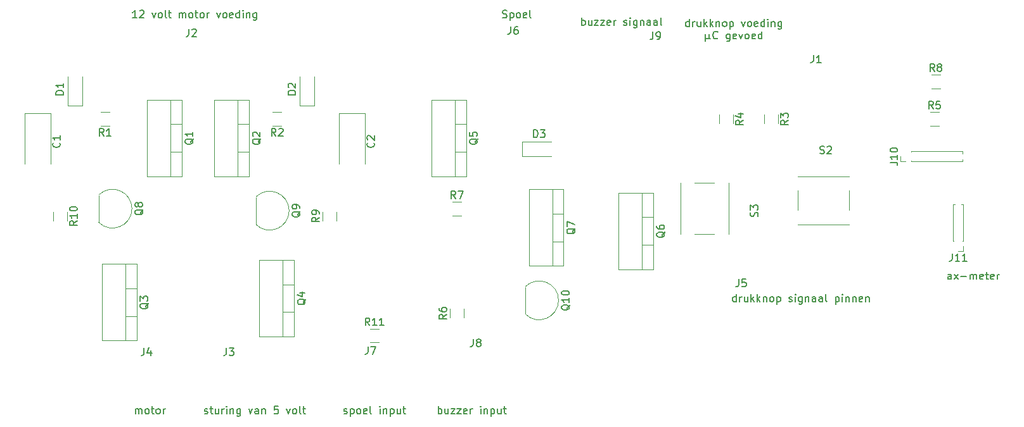
<source format=gbr>
G04 #@! TF.GenerationSoftware,KiCad,Pcbnew,(5.1.5)-3*
G04 #@! TF.CreationDate,2021-03-07T17:40:16+01:00*
G04 #@! TF.ProjectId,Motorproject,4d6f746f-7270-4726-9f6a-6563742e6b69,rev?*
G04 #@! TF.SameCoordinates,Original*
G04 #@! TF.FileFunction,Legend,Top*
G04 #@! TF.FilePolarity,Positive*
%FSLAX46Y46*%
G04 Gerber Fmt 4.6, Leading zero omitted, Abs format (unit mm)*
G04 Created by KiCad (PCBNEW (5.1.5)-3) date 2021-03-07 17:40:16*
%MOMM*%
%LPD*%
G04 APERTURE LIST*
%ADD10C,0.150000*%
%ADD11C,0.120000*%
G04 APERTURE END LIST*
D10*
X161071428Y-61452380D02*
X161071428Y-60928571D01*
X161023809Y-60833333D01*
X160928571Y-60785714D01*
X160738095Y-60785714D01*
X160642857Y-60833333D01*
X161071428Y-61404761D02*
X160976190Y-61452380D01*
X160738095Y-61452380D01*
X160642857Y-61404761D01*
X160595238Y-61309523D01*
X160595238Y-61214285D01*
X160642857Y-61119047D01*
X160738095Y-61071428D01*
X160976190Y-61071428D01*
X161071428Y-61023809D01*
X161452380Y-61452380D02*
X161976190Y-60785714D01*
X161452380Y-60785714D02*
X161976190Y-61452380D01*
X162357142Y-61071428D02*
X163119047Y-61071428D01*
X163595238Y-61452380D02*
X163595238Y-60785714D01*
X163595238Y-60880952D02*
X163642857Y-60833333D01*
X163738095Y-60785714D01*
X163880952Y-60785714D01*
X163976190Y-60833333D01*
X164023809Y-60928571D01*
X164023809Y-61452380D01*
X164023809Y-60928571D02*
X164071428Y-60833333D01*
X164166666Y-60785714D01*
X164309523Y-60785714D01*
X164404761Y-60833333D01*
X164452380Y-60928571D01*
X164452380Y-61452380D01*
X165309523Y-61404761D02*
X165214285Y-61452380D01*
X165023809Y-61452380D01*
X164928571Y-61404761D01*
X164880952Y-61309523D01*
X164880952Y-60928571D01*
X164928571Y-60833333D01*
X165023809Y-60785714D01*
X165214285Y-60785714D01*
X165309523Y-60833333D01*
X165357142Y-60928571D01*
X165357142Y-61023809D01*
X164880952Y-61119047D01*
X165642857Y-60785714D02*
X166023809Y-60785714D01*
X165785714Y-60452380D02*
X165785714Y-61309523D01*
X165833333Y-61404761D01*
X165928571Y-61452380D01*
X166023809Y-61452380D01*
X166738095Y-61404761D02*
X166642857Y-61452380D01*
X166452380Y-61452380D01*
X166357142Y-61404761D01*
X166309523Y-61309523D01*
X166309523Y-60928571D01*
X166357142Y-60833333D01*
X166452380Y-60785714D01*
X166642857Y-60785714D01*
X166738095Y-60833333D01*
X166785714Y-60928571D01*
X166785714Y-61023809D01*
X166309523Y-61119047D01*
X167214285Y-61452380D02*
X167214285Y-60785714D01*
X167214285Y-60976190D02*
X167261904Y-60880952D01*
X167309523Y-60833333D01*
X167404761Y-60785714D01*
X167500000Y-60785714D01*
X92523809Y-79452380D02*
X92523809Y-78452380D01*
X92523809Y-78833333D02*
X92619047Y-78785714D01*
X92809523Y-78785714D01*
X92904761Y-78833333D01*
X92952380Y-78880952D01*
X93000000Y-78976190D01*
X93000000Y-79261904D01*
X92952380Y-79357142D01*
X92904761Y-79404761D01*
X92809523Y-79452380D01*
X92619047Y-79452380D01*
X92523809Y-79404761D01*
X93857142Y-78785714D02*
X93857142Y-79452380D01*
X93428571Y-78785714D02*
X93428571Y-79309523D01*
X93476190Y-79404761D01*
X93571428Y-79452380D01*
X93714285Y-79452380D01*
X93809523Y-79404761D01*
X93857142Y-79357142D01*
X94238095Y-78785714D02*
X94761904Y-78785714D01*
X94238095Y-79452380D01*
X94761904Y-79452380D01*
X95047619Y-78785714D02*
X95571428Y-78785714D01*
X95047619Y-79452380D01*
X95571428Y-79452380D01*
X96333333Y-79404761D02*
X96238095Y-79452380D01*
X96047619Y-79452380D01*
X95952380Y-79404761D01*
X95904761Y-79309523D01*
X95904761Y-78928571D01*
X95952380Y-78833333D01*
X96047619Y-78785714D01*
X96238095Y-78785714D01*
X96333333Y-78833333D01*
X96380952Y-78928571D01*
X96380952Y-79023809D01*
X95904761Y-79119047D01*
X96809523Y-79452380D02*
X96809523Y-78785714D01*
X96809523Y-78976190D02*
X96857142Y-78880952D01*
X96904761Y-78833333D01*
X97000000Y-78785714D01*
X97095238Y-78785714D01*
X98190476Y-79452380D02*
X98190476Y-78785714D01*
X98190476Y-78452380D02*
X98142857Y-78500000D01*
X98190476Y-78547619D01*
X98238095Y-78500000D01*
X98190476Y-78452380D01*
X98190476Y-78547619D01*
X98666666Y-78785714D02*
X98666666Y-79452380D01*
X98666666Y-78880952D02*
X98714285Y-78833333D01*
X98809523Y-78785714D01*
X98952380Y-78785714D01*
X99047619Y-78833333D01*
X99095238Y-78928571D01*
X99095238Y-79452380D01*
X99571428Y-78785714D02*
X99571428Y-79785714D01*
X99571428Y-78833333D02*
X99666666Y-78785714D01*
X99857142Y-78785714D01*
X99952380Y-78833333D01*
X100000000Y-78880952D01*
X100047619Y-78976190D01*
X100047619Y-79261904D01*
X100000000Y-79357142D01*
X99952380Y-79404761D01*
X99857142Y-79452380D01*
X99666666Y-79452380D01*
X99571428Y-79404761D01*
X100904761Y-78785714D02*
X100904761Y-79452380D01*
X100476190Y-78785714D02*
X100476190Y-79309523D01*
X100523809Y-79404761D01*
X100619047Y-79452380D01*
X100761904Y-79452380D01*
X100857142Y-79404761D01*
X100904761Y-79357142D01*
X101238095Y-78785714D02*
X101619047Y-78785714D01*
X101380952Y-78452380D02*
X101380952Y-79309523D01*
X101428571Y-79404761D01*
X101523809Y-79452380D01*
X101619047Y-79452380D01*
X79928571Y-79404761D02*
X80023809Y-79452380D01*
X80214285Y-79452380D01*
X80309523Y-79404761D01*
X80357142Y-79309523D01*
X80357142Y-79261904D01*
X80309523Y-79166666D01*
X80214285Y-79119047D01*
X80071428Y-79119047D01*
X79976190Y-79071428D01*
X79928571Y-78976190D01*
X79928571Y-78928571D01*
X79976190Y-78833333D01*
X80071428Y-78785714D01*
X80214285Y-78785714D01*
X80309523Y-78833333D01*
X80785714Y-78785714D02*
X80785714Y-79785714D01*
X80785714Y-78833333D02*
X80880952Y-78785714D01*
X81071428Y-78785714D01*
X81166666Y-78833333D01*
X81214285Y-78880952D01*
X81261904Y-78976190D01*
X81261904Y-79261904D01*
X81214285Y-79357142D01*
X81166666Y-79404761D01*
X81071428Y-79452380D01*
X80880952Y-79452380D01*
X80785714Y-79404761D01*
X81833333Y-79452380D02*
X81738095Y-79404761D01*
X81690476Y-79357142D01*
X81642857Y-79261904D01*
X81642857Y-78976190D01*
X81690476Y-78880952D01*
X81738095Y-78833333D01*
X81833333Y-78785714D01*
X81976190Y-78785714D01*
X82071428Y-78833333D01*
X82119047Y-78880952D01*
X82166666Y-78976190D01*
X82166666Y-79261904D01*
X82119047Y-79357142D01*
X82071428Y-79404761D01*
X81976190Y-79452380D01*
X81833333Y-79452380D01*
X82976190Y-79404761D02*
X82880952Y-79452380D01*
X82690476Y-79452380D01*
X82595238Y-79404761D01*
X82547619Y-79309523D01*
X82547619Y-78928571D01*
X82595238Y-78833333D01*
X82690476Y-78785714D01*
X82880952Y-78785714D01*
X82976190Y-78833333D01*
X83023809Y-78928571D01*
X83023809Y-79023809D01*
X82547619Y-79119047D01*
X83595238Y-79452380D02*
X83500000Y-79404761D01*
X83452380Y-79309523D01*
X83452380Y-78452380D01*
X84738095Y-79452380D02*
X84738095Y-78785714D01*
X84738095Y-78452380D02*
X84690476Y-78500000D01*
X84738095Y-78547619D01*
X84785714Y-78500000D01*
X84738095Y-78452380D01*
X84738095Y-78547619D01*
X85214285Y-78785714D02*
X85214285Y-79452380D01*
X85214285Y-78880952D02*
X85261904Y-78833333D01*
X85357142Y-78785714D01*
X85500000Y-78785714D01*
X85595238Y-78833333D01*
X85642857Y-78928571D01*
X85642857Y-79452380D01*
X86119047Y-78785714D02*
X86119047Y-79785714D01*
X86119047Y-78833333D02*
X86214285Y-78785714D01*
X86404761Y-78785714D01*
X86500000Y-78833333D01*
X86547619Y-78880952D01*
X86595238Y-78976190D01*
X86595238Y-79261904D01*
X86547619Y-79357142D01*
X86500000Y-79404761D01*
X86404761Y-79452380D01*
X86214285Y-79452380D01*
X86119047Y-79404761D01*
X87452380Y-78785714D02*
X87452380Y-79452380D01*
X87023809Y-78785714D02*
X87023809Y-79309523D01*
X87071428Y-79404761D01*
X87166666Y-79452380D01*
X87309523Y-79452380D01*
X87404761Y-79404761D01*
X87452380Y-79357142D01*
X87785714Y-78785714D02*
X88166666Y-78785714D01*
X87928571Y-78452380D02*
X87928571Y-79309523D01*
X87976190Y-79404761D01*
X88071428Y-79452380D01*
X88166666Y-79452380D01*
X101119047Y-26404761D02*
X101261904Y-26452380D01*
X101500000Y-26452380D01*
X101595238Y-26404761D01*
X101642857Y-26357142D01*
X101690476Y-26261904D01*
X101690476Y-26166666D01*
X101642857Y-26071428D01*
X101595238Y-26023809D01*
X101500000Y-25976190D01*
X101309523Y-25928571D01*
X101214285Y-25880952D01*
X101166666Y-25833333D01*
X101119047Y-25738095D01*
X101119047Y-25642857D01*
X101166666Y-25547619D01*
X101214285Y-25500000D01*
X101309523Y-25452380D01*
X101547619Y-25452380D01*
X101690476Y-25500000D01*
X102119047Y-25785714D02*
X102119047Y-26785714D01*
X102119047Y-25833333D02*
X102214285Y-25785714D01*
X102404761Y-25785714D01*
X102500000Y-25833333D01*
X102547619Y-25880952D01*
X102595238Y-25976190D01*
X102595238Y-26261904D01*
X102547619Y-26357142D01*
X102500000Y-26404761D01*
X102404761Y-26452380D01*
X102214285Y-26452380D01*
X102119047Y-26404761D01*
X103166666Y-26452380D02*
X103071428Y-26404761D01*
X103023809Y-26357142D01*
X102976190Y-26261904D01*
X102976190Y-25976190D01*
X103023809Y-25880952D01*
X103071428Y-25833333D01*
X103166666Y-25785714D01*
X103309523Y-25785714D01*
X103404761Y-25833333D01*
X103452380Y-25880952D01*
X103500000Y-25976190D01*
X103500000Y-26261904D01*
X103452380Y-26357142D01*
X103404761Y-26404761D01*
X103309523Y-26452380D01*
X103166666Y-26452380D01*
X104309523Y-26404761D02*
X104214285Y-26452380D01*
X104023809Y-26452380D01*
X103928571Y-26404761D01*
X103880952Y-26309523D01*
X103880952Y-25928571D01*
X103928571Y-25833333D01*
X104023809Y-25785714D01*
X104214285Y-25785714D01*
X104309523Y-25833333D01*
X104357142Y-25928571D01*
X104357142Y-26023809D01*
X103880952Y-26119047D01*
X104928571Y-26452380D02*
X104833333Y-26404761D01*
X104785714Y-26309523D01*
X104785714Y-25452380D01*
X111690476Y-27452380D02*
X111690476Y-26452380D01*
X111690476Y-26833333D02*
X111785714Y-26785714D01*
X111976190Y-26785714D01*
X112071428Y-26833333D01*
X112119047Y-26880952D01*
X112166666Y-26976190D01*
X112166666Y-27261904D01*
X112119047Y-27357142D01*
X112071428Y-27404761D01*
X111976190Y-27452380D01*
X111785714Y-27452380D01*
X111690476Y-27404761D01*
X113023809Y-26785714D02*
X113023809Y-27452380D01*
X112595238Y-26785714D02*
X112595238Y-27309523D01*
X112642857Y-27404761D01*
X112738095Y-27452380D01*
X112880952Y-27452380D01*
X112976190Y-27404761D01*
X113023809Y-27357142D01*
X113404761Y-26785714D02*
X113928571Y-26785714D01*
X113404761Y-27452380D01*
X113928571Y-27452380D01*
X114214285Y-26785714D02*
X114738095Y-26785714D01*
X114214285Y-27452380D01*
X114738095Y-27452380D01*
X115500000Y-27404761D02*
X115404761Y-27452380D01*
X115214285Y-27452380D01*
X115119047Y-27404761D01*
X115071428Y-27309523D01*
X115071428Y-26928571D01*
X115119047Y-26833333D01*
X115214285Y-26785714D01*
X115404761Y-26785714D01*
X115500000Y-26833333D01*
X115547619Y-26928571D01*
X115547619Y-27023809D01*
X115071428Y-27119047D01*
X115976190Y-27452380D02*
X115976190Y-26785714D01*
X115976190Y-26976190D02*
X116023809Y-26880952D01*
X116071428Y-26833333D01*
X116166666Y-26785714D01*
X116261904Y-26785714D01*
X117309523Y-27404761D02*
X117404761Y-27452380D01*
X117595238Y-27452380D01*
X117690476Y-27404761D01*
X117738095Y-27309523D01*
X117738095Y-27261904D01*
X117690476Y-27166666D01*
X117595238Y-27119047D01*
X117452380Y-27119047D01*
X117357142Y-27071428D01*
X117309523Y-26976190D01*
X117309523Y-26928571D01*
X117357142Y-26833333D01*
X117452380Y-26785714D01*
X117595238Y-26785714D01*
X117690476Y-26833333D01*
X118166666Y-27452380D02*
X118166666Y-26785714D01*
X118166666Y-26452380D02*
X118119047Y-26500000D01*
X118166666Y-26547619D01*
X118214285Y-26500000D01*
X118166666Y-26452380D01*
X118166666Y-26547619D01*
X119071428Y-26785714D02*
X119071428Y-27595238D01*
X119023809Y-27690476D01*
X118976190Y-27738095D01*
X118880952Y-27785714D01*
X118738095Y-27785714D01*
X118642857Y-27738095D01*
X119071428Y-27404761D02*
X118976190Y-27452380D01*
X118785714Y-27452380D01*
X118690476Y-27404761D01*
X118642857Y-27357142D01*
X118595238Y-27261904D01*
X118595238Y-26976190D01*
X118642857Y-26880952D01*
X118690476Y-26833333D01*
X118785714Y-26785714D01*
X118976190Y-26785714D01*
X119071428Y-26833333D01*
X119547619Y-26785714D02*
X119547619Y-27452380D01*
X119547619Y-26880952D02*
X119595238Y-26833333D01*
X119690476Y-26785714D01*
X119833333Y-26785714D01*
X119928571Y-26833333D01*
X119976190Y-26928571D01*
X119976190Y-27452380D01*
X120880952Y-27452380D02*
X120880952Y-26928571D01*
X120833333Y-26833333D01*
X120738095Y-26785714D01*
X120547619Y-26785714D01*
X120452380Y-26833333D01*
X120880952Y-27404761D02*
X120785714Y-27452380D01*
X120547619Y-27452380D01*
X120452380Y-27404761D01*
X120404761Y-27309523D01*
X120404761Y-27214285D01*
X120452380Y-27119047D01*
X120547619Y-27071428D01*
X120785714Y-27071428D01*
X120880952Y-27023809D01*
X121785714Y-27452380D02*
X121785714Y-26928571D01*
X121738095Y-26833333D01*
X121642857Y-26785714D01*
X121452380Y-26785714D01*
X121357142Y-26833333D01*
X121785714Y-27404761D02*
X121690476Y-27452380D01*
X121452380Y-27452380D01*
X121357142Y-27404761D01*
X121309523Y-27309523D01*
X121309523Y-27214285D01*
X121357142Y-27119047D01*
X121452380Y-27071428D01*
X121690476Y-27071428D01*
X121785714Y-27023809D01*
X122404761Y-27452380D02*
X122309523Y-27404761D01*
X122261904Y-27309523D01*
X122261904Y-26452380D01*
X132333333Y-64452380D02*
X132333333Y-63452380D01*
X132333333Y-64404761D02*
X132238095Y-64452380D01*
X132047619Y-64452380D01*
X131952380Y-64404761D01*
X131904761Y-64357142D01*
X131857142Y-64261904D01*
X131857142Y-63976190D01*
X131904761Y-63880952D01*
X131952380Y-63833333D01*
X132047619Y-63785714D01*
X132238095Y-63785714D01*
X132333333Y-63833333D01*
X132809523Y-64452380D02*
X132809523Y-63785714D01*
X132809523Y-63976190D02*
X132857142Y-63880952D01*
X132904761Y-63833333D01*
X133000000Y-63785714D01*
X133095238Y-63785714D01*
X133857142Y-63785714D02*
X133857142Y-64452380D01*
X133428571Y-63785714D02*
X133428571Y-64309523D01*
X133476190Y-64404761D01*
X133571428Y-64452380D01*
X133714285Y-64452380D01*
X133809523Y-64404761D01*
X133857142Y-64357142D01*
X134333333Y-64452380D02*
X134333333Y-63452380D01*
X134428571Y-64071428D02*
X134714285Y-64452380D01*
X134714285Y-63785714D02*
X134333333Y-64166666D01*
X135142857Y-64452380D02*
X135142857Y-63452380D01*
X135238095Y-64071428D02*
X135523809Y-64452380D01*
X135523809Y-63785714D02*
X135142857Y-64166666D01*
X135952380Y-63785714D02*
X135952380Y-64452380D01*
X135952380Y-63880952D02*
X136000000Y-63833333D01*
X136095238Y-63785714D01*
X136238095Y-63785714D01*
X136333333Y-63833333D01*
X136380952Y-63928571D01*
X136380952Y-64452380D01*
X137000000Y-64452380D02*
X136904761Y-64404761D01*
X136857142Y-64357142D01*
X136809523Y-64261904D01*
X136809523Y-63976190D01*
X136857142Y-63880952D01*
X136904761Y-63833333D01*
X137000000Y-63785714D01*
X137142857Y-63785714D01*
X137238095Y-63833333D01*
X137285714Y-63880952D01*
X137333333Y-63976190D01*
X137333333Y-64261904D01*
X137285714Y-64357142D01*
X137238095Y-64404761D01*
X137142857Y-64452380D01*
X137000000Y-64452380D01*
X137761904Y-63785714D02*
X137761904Y-64785714D01*
X137761904Y-63833333D02*
X137857142Y-63785714D01*
X138047619Y-63785714D01*
X138142857Y-63833333D01*
X138190476Y-63880952D01*
X138238095Y-63976190D01*
X138238095Y-64261904D01*
X138190476Y-64357142D01*
X138142857Y-64404761D01*
X138047619Y-64452380D01*
X137857142Y-64452380D01*
X137761904Y-64404761D01*
X139380952Y-64404761D02*
X139476190Y-64452380D01*
X139666666Y-64452380D01*
X139761904Y-64404761D01*
X139809523Y-64309523D01*
X139809523Y-64261904D01*
X139761904Y-64166666D01*
X139666666Y-64119047D01*
X139523809Y-64119047D01*
X139428571Y-64071428D01*
X139380952Y-63976190D01*
X139380952Y-63928571D01*
X139428571Y-63833333D01*
X139523809Y-63785714D01*
X139666666Y-63785714D01*
X139761904Y-63833333D01*
X140238095Y-64452380D02*
X140238095Y-63785714D01*
X140238095Y-63452380D02*
X140190476Y-63500000D01*
X140238095Y-63547619D01*
X140285714Y-63500000D01*
X140238095Y-63452380D01*
X140238095Y-63547619D01*
X141142857Y-63785714D02*
X141142857Y-64595238D01*
X141095238Y-64690476D01*
X141047619Y-64738095D01*
X140952380Y-64785714D01*
X140809523Y-64785714D01*
X140714285Y-64738095D01*
X141142857Y-64404761D02*
X141047619Y-64452380D01*
X140857142Y-64452380D01*
X140761904Y-64404761D01*
X140714285Y-64357142D01*
X140666666Y-64261904D01*
X140666666Y-63976190D01*
X140714285Y-63880952D01*
X140761904Y-63833333D01*
X140857142Y-63785714D01*
X141047619Y-63785714D01*
X141142857Y-63833333D01*
X141619047Y-63785714D02*
X141619047Y-64452380D01*
X141619047Y-63880952D02*
X141666666Y-63833333D01*
X141761904Y-63785714D01*
X141904761Y-63785714D01*
X142000000Y-63833333D01*
X142047619Y-63928571D01*
X142047619Y-64452380D01*
X142952380Y-64452380D02*
X142952380Y-63928571D01*
X142904761Y-63833333D01*
X142809523Y-63785714D01*
X142619047Y-63785714D01*
X142523809Y-63833333D01*
X142952380Y-64404761D02*
X142857142Y-64452380D01*
X142619047Y-64452380D01*
X142523809Y-64404761D01*
X142476190Y-64309523D01*
X142476190Y-64214285D01*
X142523809Y-64119047D01*
X142619047Y-64071428D01*
X142857142Y-64071428D01*
X142952380Y-64023809D01*
X143857142Y-64452380D02*
X143857142Y-63928571D01*
X143809523Y-63833333D01*
X143714285Y-63785714D01*
X143523809Y-63785714D01*
X143428571Y-63833333D01*
X143857142Y-64404761D02*
X143761904Y-64452380D01*
X143523809Y-64452380D01*
X143428571Y-64404761D01*
X143380952Y-64309523D01*
X143380952Y-64214285D01*
X143428571Y-64119047D01*
X143523809Y-64071428D01*
X143761904Y-64071428D01*
X143857142Y-64023809D01*
X144476190Y-64452380D02*
X144380952Y-64404761D01*
X144333333Y-64309523D01*
X144333333Y-63452380D01*
X145619047Y-63785714D02*
X145619047Y-64785714D01*
X145619047Y-63833333D02*
X145714285Y-63785714D01*
X145904761Y-63785714D01*
X146000000Y-63833333D01*
X146047619Y-63880952D01*
X146095238Y-63976190D01*
X146095238Y-64261904D01*
X146047619Y-64357142D01*
X146000000Y-64404761D01*
X145904761Y-64452380D01*
X145714285Y-64452380D01*
X145619047Y-64404761D01*
X146523809Y-64452380D02*
X146523809Y-63785714D01*
X146523809Y-63452380D02*
X146476190Y-63500000D01*
X146523809Y-63547619D01*
X146571428Y-63500000D01*
X146523809Y-63452380D01*
X146523809Y-63547619D01*
X147000000Y-63785714D02*
X147000000Y-64452380D01*
X147000000Y-63880952D02*
X147047619Y-63833333D01*
X147142857Y-63785714D01*
X147285714Y-63785714D01*
X147380952Y-63833333D01*
X147428571Y-63928571D01*
X147428571Y-64452380D01*
X147904761Y-63785714D02*
X147904761Y-64452380D01*
X147904761Y-63880952D02*
X147952380Y-63833333D01*
X148047619Y-63785714D01*
X148190476Y-63785714D01*
X148285714Y-63833333D01*
X148333333Y-63928571D01*
X148333333Y-64452380D01*
X149190476Y-64404761D02*
X149095238Y-64452380D01*
X148904761Y-64452380D01*
X148809523Y-64404761D01*
X148761904Y-64309523D01*
X148761904Y-63928571D01*
X148809523Y-63833333D01*
X148904761Y-63785714D01*
X149095238Y-63785714D01*
X149190476Y-63833333D01*
X149238095Y-63928571D01*
X149238095Y-64023809D01*
X148761904Y-64119047D01*
X149666666Y-63785714D02*
X149666666Y-64452380D01*
X149666666Y-63880952D02*
X149714285Y-63833333D01*
X149809523Y-63785714D01*
X149952380Y-63785714D01*
X150047619Y-63833333D01*
X150095238Y-63928571D01*
X150095238Y-64452380D01*
X126047619Y-27627380D02*
X126047619Y-26627380D01*
X126047619Y-27579761D02*
X125952380Y-27627380D01*
X125761904Y-27627380D01*
X125666666Y-27579761D01*
X125619047Y-27532142D01*
X125571428Y-27436904D01*
X125571428Y-27151190D01*
X125619047Y-27055952D01*
X125666666Y-27008333D01*
X125761904Y-26960714D01*
X125952380Y-26960714D01*
X126047619Y-27008333D01*
X126523809Y-27627380D02*
X126523809Y-26960714D01*
X126523809Y-27151190D02*
X126571428Y-27055952D01*
X126619047Y-27008333D01*
X126714285Y-26960714D01*
X126809523Y-26960714D01*
X127571428Y-26960714D02*
X127571428Y-27627380D01*
X127142857Y-26960714D02*
X127142857Y-27484523D01*
X127190476Y-27579761D01*
X127285714Y-27627380D01*
X127428571Y-27627380D01*
X127523809Y-27579761D01*
X127571428Y-27532142D01*
X128047619Y-27627380D02*
X128047619Y-26627380D01*
X128142857Y-27246428D02*
X128428571Y-27627380D01*
X128428571Y-26960714D02*
X128047619Y-27341666D01*
X128857142Y-27627380D02*
X128857142Y-26627380D01*
X128952380Y-27246428D02*
X129238095Y-27627380D01*
X129238095Y-26960714D02*
X128857142Y-27341666D01*
X129666666Y-26960714D02*
X129666666Y-27627380D01*
X129666666Y-27055952D02*
X129714285Y-27008333D01*
X129809523Y-26960714D01*
X129952380Y-26960714D01*
X130047619Y-27008333D01*
X130095238Y-27103571D01*
X130095238Y-27627380D01*
X130714285Y-27627380D02*
X130619047Y-27579761D01*
X130571428Y-27532142D01*
X130523809Y-27436904D01*
X130523809Y-27151190D01*
X130571428Y-27055952D01*
X130619047Y-27008333D01*
X130714285Y-26960714D01*
X130857142Y-26960714D01*
X130952380Y-27008333D01*
X131000000Y-27055952D01*
X131047619Y-27151190D01*
X131047619Y-27436904D01*
X131000000Y-27532142D01*
X130952380Y-27579761D01*
X130857142Y-27627380D01*
X130714285Y-27627380D01*
X131476190Y-26960714D02*
X131476190Y-27960714D01*
X131476190Y-27008333D02*
X131571428Y-26960714D01*
X131761904Y-26960714D01*
X131857142Y-27008333D01*
X131904761Y-27055952D01*
X131952380Y-27151190D01*
X131952380Y-27436904D01*
X131904761Y-27532142D01*
X131857142Y-27579761D01*
X131761904Y-27627380D01*
X131571428Y-27627380D01*
X131476190Y-27579761D01*
X133047619Y-26960714D02*
X133285714Y-27627380D01*
X133523809Y-26960714D01*
X134047619Y-27627380D02*
X133952380Y-27579761D01*
X133904761Y-27532142D01*
X133857142Y-27436904D01*
X133857142Y-27151190D01*
X133904761Y-27055952D01*
X133952380Y-27008333D01*
X134047619Y-26960714D01*
X134190476Y-26960714D01*
X134285714Y-27008333D01*
X134333333Y-27055952D01*
X134380952Y-27151190D01*
X134380952Y-27436904D01*
X134333333Y-27532142D01*
X134285714Y-27579761D01*
X134190476Y-27627380D01*
X134047619Y-27627380D01*
X135190476Y-27579761D02*
X135095238Y-27627380D01*
X134904761Y-27627380D01*
X134809523Y-27579761D01*
X134761904Y-27484523D01*
X134761904Y-27103571D01*
X134809523Y-27008333D01*
X134904761Y-26960714D01*
X135095238Y-26960714D01*
X135190476Y-27008333D01*
X135238095Y-27103571D01*
X135238095Y-27198809D01*
X134761904Y-27294047D01*
X136095238Y-27627380D02*
X136095238Y-26627380D01*
X136095238Y-27579761D02*
X136000000Y-27627380D01*
X135809523Y-27627380D01*
X135714285Y-27579761D01*
X135666666Y-27532142D01*
X135619047Y-27436904D01*
X135619047Y-27151190D01*
X135666666Y-27055952D01*
X135714285Y-27008333D01*
X135809523Y-26960714D01*
X136000000Y-26960714D01*
X136095238Y-27008333D01*
X136571428Y-27627380D02*
X136571428Y-26960714D01*
X136571428Y-26627380D02*
X136523809Y-26675000D01*
X136571428Y-26722619D01*
X136619047Y-26675000D01*
X136571428Y-26627380D01*
X136571428Y-26722619D01*
X137047619Y-26960714D02*
X137047619Y-27627380D01*
X137047619Y-27055952D02*
X137095238Y-27008333D01*
X137190476Y-26960714D01*
X137333333Y-26960714D01*
X137428571Y-27008333D01*
X137476190Y-27103571D01*
X137476190Y-27627380D01*
X138380952Y-26960714D02*
X138380952Y-27770238D01*
X138333333Y-27865476D01*
X138285714Y-27913095D01*
X138190476Y-27960714D01*
X138047619Y-27960714D01*
X137952380Y-27913095D01*
X138380952Y-27579761D02*
X138285714Y-27627380D01*
X138095238Y-27627380D01*
X138000000Y-27579761D01*
X137952380Y-27532142D01*
X137904761Y-27436904D01*
X137904761Y-27151190D01*
X137952380Y-27055952D01*
X138000000Y-27008333D01*
X138095238Y-26960714D01*
X138285714Y-26960714D01*
X138380952Y-27008333D01*
X128238095Y-28610714D02*
X128238095Y-29610714D01*
X128714285Y-29134523D02*
X128761904Y-29229761D01*
X128857142Y-29277380D01*
X128238095Y-29134523D02*
X128285714Y-29229761D01*
X128380952Y-29277380D01*
X128571428Y-29277380D01*
X128666666Y-29229761D01*
X128714285Y-29134523D01*
X128714285Y-28610714D01*
X129857142Y-29182142D02*
X129809523Y-29229761D01*
X129666666Y-29277380D01*
X129571428Y-29277380D01*
X129428571Y-29229761D01*
X129333333Y-29134523D01*
X129285714Y-29039285D01*
X129238095Y-28848809D01*
X129238095Y-28705952D01*
X129285714Y-28515476D01*
X129333333Y-28420238D01*
X129428571Y-28325000D01*
X129571428Y-28277380D01*
X129666666Y-28277380D01*
X129809523Y-28325000D01*
X129857142Y-28372619D01*
X131476190Y-28610714D02*
X131476190Y-29420238D01*
X131428571Y-29515476D01*
X131380952Y-29563095D01*
X131285714Y-29610714D01*
X131142857Y-29610714D01*
X131047619Y-29563095D01*
X131476190Y-29229761D02*
X131380952Y-29277380D01*
X131190476Y-29277380D01*
X131095238Y-29229761D01*
X131047619Y-29182142D01*
X131000000Y-29086904D01*
X131000000Y-28801190D01*
X131047619Y-28705952D01*
X131095238Y-28658333D01*
X131190476Y-28610714D01*
X131380952Y-28610714D01*
X131476190Y-28658333D01*
X132333333Y-29229761D02*
X132238095Y-29277380D01*
X132047619Y-29277380D01*
X131952380Y-29229761D01*
X131904761Y-29134523D01*
X131904761Y-28753571D01*
X131952380Y-28658333D01*
X132047619Y-28610714D01*
X132238095Y-28610714D01*
X132333333Y-28658333D01*
X132380952Y-28753571D01*
X132380952Y-28848809D01*
X131904761Y-28944047D01*
X132714285Y-28610714D02*
X132952380Y-29277380D01*
X133190476Y-28610714D01*
X133714285Y-29277380D02*
X133619047Y-29229761D01*
X133571428Y-29182142D01*
X133523809Y-29086904D01*
X133523809Y-28801190D01*
X133571428Y-28705952D01*
X133619047Y-28658333D01*
X133714285Y-28610714D01*
X133857142Y-28610714D01*
X133952380Y-28658333D01*
X134000000Y-28705952D01*
X134047619Y-28801190D01*
X134047619Y-29086904D01*
X134000000Y-29182142D01*
X133952380Y-29229761D01*
X133857142Y-29277380D01*
X133714285Y-29277380D01*
X134857142Y-29229761D02*
X134761904Y-29277380D01*
X134571428Y-29277380D01*
X134476190Y-29229761D01*
X134428571Y-29134523D01*
X134428571Y-28753571D01*
X134476190Y-28658333D01*
X134571428Y-28610714D01*
X134761904Y-28610714D01*
X134857142Y-28658333D01*
X134904761Y-28753571D01*
X134904761Y-28848809D01*
X134428571Y-28944047D01*
X135761904Y-29277380D02*
X135761904Y-28277380D01*
X135761904Y-29229761D02*
X135666666Y-29277380D01*
X135476190Y-29277380D01*
X135380952Y-29229761D01*
X135333333Y-29182142D01*
X135285714Y-29086904D01*
X135285714Y-28801190D01*
X135333333Y-28705952D01*
X135380952Y-28658333D01*
X135476190Y-28610714D01*
X135666666Y-28610714D01*
X135761904Y-28658333D01*
X61309523Y-79404761D02*
X61404761Y-79452380D01*
X61595238Y-79452380D01*
X61690476Y-79404761D01*
X61738095Y-79309523D01*
X61738095Y-79261904D01*
X61690476Y-79166666D01*
X61595238Y-79119047D01*
X61452380Y-79119047D01*
X61357142Y-79071428D01*
X61309523Y-78976190D01*
X61309523Y-78928571D01*
X61357142Y-78833333D01*
X61452380Y-78785714D01*
X61595238Y-78785714D01*
X61690476Y-78833333D01*
X62023809Y-78785714D02*
X62404761Y-78785714D01*
X62166666Y-78452380D02*
X62166666Y-79309523D01*
X62214285Y-79404761D01*
X62309523Y-79452380D01*
X62404761Y-79452380D01*
X63166666Y-78785714D02*
X63166666Y-79452380D01*
X62738095Y-78785714D02*
X62738095Y-79309523D01*
X62785714Y-79404761D01*
X62880952Y-79452380D01*
X63023809Y-79452380D01*
X63119047Y-79404761D01*
X63166666Y-79357142D01*
X63642857Y-79452380D02*
X63642857Y-78785714D01*
X63642857Y-78976190D02*
X63690476Y-78880952D01*
X63738095Y-78833333D01*
X63833333Y-78785714D01*
X63928571Y-78785714D01*
X64261904Y-79452380D02*
X64261904Y-78785714D01*
X64261904Y-78452380D02*
X64214285Y-78500000D01*
X64261904Y-78547619D01*
X64309523Y-78500000D01*
X64261904Y-78452380D01*
X64261904Y-78547619D01*
X64738095Y-78785714D02*
X64738095Y-79452380D01*
X64738095Y-78880952D02*
X64785714Y-78833333D01*
X64880952Y-78785714D01*
X65023809Y-78785714D01*
X65119047Y-78833333D01*
X65166666Y-78928571D01*
X65166666Y-79452380D01*
X66071428Y-78785714D02*
X66071428Y-79595238D01*
X66023809Y-79690476D01*
X65976190Y-79738095D01*
X65880952Y-79785714D01*
X65738095Y-79785714D01*
X65642857Y-79738095D01*
X66071428Y-79404761D02*
X65976190Y-79452380D01*
X65785714Y-79452380D01*
X65690476Y-79404761D01*
X65642857Y-79357142D01*
X65595238Y-79261904D01*
X65595238Y-78976190D01*
X65642857Y-78880952D01*
X65690476Y-78833333D01*
X65785714Y-78785714D01*
X65976190Y-78785714D01*
X66071428Y-78833333D01*
X67214285Y-78785714D02*
X67452380Y-79452380D01*
X67690476Y-78785714D01*
X68500000Y-79452380D02*
X68500000Y-78928571D01*
X68452380Y-78833333D01*
X68357142Y-78785714D01*
X68166666Y-78785714D01*
X68071428Y-78833333D01*
X68500000Y-79404761D02*
X68404761Y-79452380D01*
X68166666Y-79452380D01*
X68071428Y-79404761D01*
X68023809Y-79309523D01*
X68023809Y-79214285D01*
X68071428Y-79119047D01*
X68166666Y-79071428D01*
X68404761Y-79071428D01*
X68500000Y-79023809D01*
X68976190Y-78785714D02*
X68976190Y-79452380D01*
X68976190Y-78880952D02*
X69023809Y-78833333D01*
X69119047Y-78785714D01*
X69261904Y-78785714D01*
X69357142Y-78833333D01*
X69404761Y-78928571D01*
X69404761Y-79452380D01*
X71119047Y-78452380D02*
X70642857Y-78452380D01*
X70595238Y-78928571D01*
X70642857Y-78880952D01*
X70738095Y-78833333D01*
X70976190Y-78833333D01*
X71071428Y-78880952D01*
X71119047Y-78928571D01*
X71166666Y-79023809D01*
X71166666Y-79261904D01*
X71119047Y-79357142D01*
X71071428Y-79404761D01*
X70976190Y-79452380D01*
X70738095Y-79452380D01*
X70642857Y-79404761D01*
X70595238Y-79357142D01*
X72261904Y-78785714D02*
X72500000Y-79452380D01*
X72738095Y-78785714D01*
X73261904Y-79452380D02*
X73166666Y-79404761D01*
X73119047Y-79357142D01*
X73071428Y-79261904D01*
X73071428Y-78976190D01*
X73119047Y-78880952D01*
X73166666Y-78833333D01*
X73261904Y-78785714D01*
X73404761Y-78785714D01*
X73500000Y-78833333D01*
X73547619Y-78880952D01*
X73595238Y-78976190D01*
X73595238Y-79261904D01*
X73547619Y-79357142D01*
X73500000Y-79404761D01*
X73404761Y-79452380D01*
X73261904Y-79452380D01*
X74166666Y-79452380D02*
X74071428Y-79404761D01*
X74023809Y-79309523D01*
X74023809Y-78452380D01*
X74404761Y-78785714D02*
X74785714Y-78785714D01*
X74547619Y-78452380D02*
X74547619Y-79309523D01*
X74595238Y-79404761D01*
X74690476Y-79452380D01*
X74785714Y-79452380D01*
X52071428Y-79452380D02*
X52071428Y-78785714D01*
X52071428Y-78880952D02*
X52119047Y-78833333D01*
X52214285Y-78785714D01*
X52357142Y-78785714D01*
X52452380Y-78833333D01*
X52500000Y-78928571D01*
X52500000Y-79452380D01*
X52500000Y-78928571D02*
X52547619Y-78833333D01*
X52642857Y-78785714D01*
X52785714Y-78785714D01*
X52880952Y-78833333D01*
X52928571Y-78928571D01*
X52928571Y-79452380D01*
X53547619Y-79452380D02*
X53452380Y-79404761D01*
X53404761Y-79357142D01*
X53357142Y-79261904D01*
X53357142Y-78976190D01*
X53404761Y-78880952D01*
X53452380Y-78833333D01*
X53547619Y-78785714D01*
X53690476Y-78785714D01*
X53785714Y-78833333D01*
X53833333Y-78880952D01*
X53880952Y-78976190D01*
X53880952Y-79261904D01*
X53833333Y-79357142D01*
X53785714Y-79404761D01*
X53690476Y-79452380D01*
X53547619Y-79452380D01*
X54166666Y-78785714D02*
X54547619Y-78785714D01*
X54309523Y-78452380D02*
X54309523Y-79309523D01*
X54357142Y-79404761D01*
X54452380Y-79452380D01*
X54547619Y-79452380D01*
X55023809Y-79452380D02*
X54928571Y-79404761D01*
X54880952Y-79357142D01*
X54833333Y-79261904D01*
X54833333Y-78976190D01*
X54880952Y-78880952D01*
X54928571Y-78833333D01*
X55023809Y-78785714D01*
X55166666Y-78785714D01*
X55261904Y-78833333D01*
X55309523Y-78880952D01*
X55357142Y-78976190D01*
X55357142Y-79261904D01*
X55309523Y-79357142D01*
X55261904Y-79404761D01*
X55166666Y-79452380D01*
X55023809Y-79452380D01*
X55785714Y-79452380D02*
X55785714Y-78785714D01*
X55785714Y-78976190D02*
X55833333Y-78880952D01*
X55880952Y-78833333D01*
X55976190Y-78785714D01*
X56071428Y-78785714D01*
X52261904Y-26452380D02*
X51690476Y-26452380D01*
X51976190Y-26452380D02*
X51976190Y-25452380D01*
X51880952Y-25595238D01*
X51785714Y-25690476D01*
X51690476Y-25738095D01*
X52642857Y-25547619D02*
X52690476Y-25500000D01*
X52785714Y-25452380D01*
X53023809Y-25452380D01*
X53119047Y-25500000D01*
X53166666Y-25547619D01*
X53214285Y-25642857D01*
X53214285Y-25738095D01*
X53166666Y-25880952D01*
X52595238Y-26452380D01*
X53214285Y-26452380D01*
X54309523Y-25785714D02*
X54547619Y-26452380D01*
X54785714Y-25785714D01*
X55309523Y-26452380D02*
X55214285Y-26404761D01*
X55166666Y-26357142D01*
X55119047Y-26261904D01*
X55119047Y-25976190D01*
X55166666Y-25880952D01*
X55214285Y-25833333D01*
X55309523Y-25785714D01*
X55452380Y-25785714D01*
X55547619Y-25833333D01*
X55595238Y-25880952D01*
X55642857Y-25976190D01*
X55642857Y-26261904D01*
X55595238Y-26357142D01*
X55547619Y-26404761D01*
X55452380Y-26452380D01*
X55309523Y-26452380D01*
X56214285Y-26452380D02*
X56119047Y-26404761D01*
X56071428Y-26309523D01*
X56071428Y-25452380D01*
X56452380Y-25785714D02*
X56833333Y-25785714D01*
X56595238Y-25452380D02*
X56595238Y-26309523D01*
X56642857Y-26404761D01*
X56738095Y-26452380D01*
X56833333Y-26452380D01*
X57928571Y-26452380D02*
X57928571Y-25785714D01*
X57928571Y-25880952D02*
X57976190Y-25833333D01*
X58071428Y-25785714D01*
X58214285Y-25785714D01*
X58309523Y-25833333D01*
X58357142Y-25928571D01*
X58357142Y-26452380D01*
X58357142Y-25928571D02*
X58404761Y-25833333D01*
X58500000Y-25785714D01*
X58642857Y-25785714D01*
X58738095Y-25833333D01*
X58785714Y-25928571D01*
X58785714Y-26452380D01*
X59404761Y-26452380D02*
X59309523Y-26404761D01*
X59261904Y-26357142D01*
X59214285Y-26261904D01*
X59214285Y-25976190D01*
X59261904Y-25880952D01*
X59309523Y-25833333D01*
X59404761Y-25785714D01*
X59547619Y-25785714D01*
X59642857Y-25833333D01*
X59690476Y-25880952D01*
X59738095Y-25976190D01*
X59738095Y-26261904D01*
X59690476Y-26357142D01*
X59642857Y-26404761D01*
X59547619Y-26452380D01*
X59404761Y-26452380D01*
X60023809Y-25785714D02*
X60404761Y-25785714D01*
X60166666Y-25452380D02*
X60166666Y-26309523D01*
X60214285Y-26404761D01*
X60309523Y-26452380D01*
X60404761Y-26452380D01*
X60880952Y-26452380D02*
X60785714Y-26404761D01*
X60738095Y-26357142D01*
X60690476Y-26261904D01*
X60690476Y-25976190D01*
X60738095Y-25880952D01*
X60785714Y-25833333D01*
X60880952Y-25785714D01*
X61023809Y-25785714D01*
X61119047Y-25833333D01*
X61166666Y-25880952D01*
X61214285Y-25976190D01*
X61214285Y-26261904D01*
X61166666Y-26357142D01*
X61119047Y-26404761D01*
X61023809Y-26452380D01*
X60880952Y-26452380D01*
X61642857Y-26452380D02*
X61642857Y-25785714D01*
X61642857Y-25976190D02*
X61690476Y-25880952D01*
X61738095Y-25833333D01*
X61833333Y-25785714D01*
X61928571Y-25785714D01*
X62928571Y-25785714D02*
X63166666Y-26452380D01*
X63404761Y-25785714D01*
X63928571Y-26452380D02*
X63833333Y-26404761D01*
X63785714Y-26357142D01*
X63738095Y-26261904D01*
X63738095Y-25976190D01*
X63785714Y-25880952D01*
X63833333Y-25833333D01*
X63928571Y-25785714D01*
X64071428Y-25785714D01*
X64166666Y-25833333D01*
X64214285Y-25880952D01*
X64261904Y-25976190D01*
X64261904Y-26261904D01*
X64214285Y-26357142D01*
X64166666Y-26404761D01*
X64071428Y-26452380D01*
X63928571Y-26452380D01*
X65071428Y-26404761D02*
X64976190Y-26452380D01*
X64785714Y-26452380D01*
X64690476Y-26404761D01*
X64642857Y-26309523D01*
X64642857Y-25928571D01*
X64690476Y-25833333D01*
X64785714Y-25785714D01*
X64976190Y-25785714D01*
X65071428Y-25833333D01*
X65119047Y-25928571D01*
X65119047Y-26023809D01*
X64642857Y-26119047D01*
X65976190Y-26452380D02*
X65976190Y-25452380D01*
X65976190Y-26404761D02*
X65880952Y-26452380D01*
X65690476Y-26452380D01*
X65595238Y-26404761D01*
X65547619Y-26357142D01*
X65500000Y-26261904D01*
X65500000Y-25976190D01*
X65547619Y-25880952D01*
X65595238Y-25833333D01*
X65690476Y-25785714D01*
X65880952Y-25785714D01*
X65976190Y-25833333D01*
X66452380Y-26452380D02*
X66452380Y-25785714D01*
X66452380Y-25452380D02*
X66404761Y-25500000D01*
X66452380Y-25547619D01*
X66500000Y-25500000D01*
X66452380Y-25452380D01*
X66452380Y-25547619D01*
X66928571Y-25785714D02*
X66928571Y-26452380D01*
X66928571Y-25880952D02*
X66976190Y-25833333D01*
X67071428Y-25785714D01*
X67214285Y-25785714D01*
X67309523Y-25833333D01*
X67357142Y-25928571D01*
X67357142Y-26452380D01*
X68261904Y-25785714D02*
X68261904Y-26595238D01*
X68214285Y-26690476D01*
X68166666Y-26738095D01*
X68071428Y-26785714D01*
X67928571Y-26785714D01*
X67833333Y-26738095D01*
X68261904Y-26404761D02*
X68166666Y-26452380D01*
X67976190Y-26452380D01*
X67880952Y-26404761D01*
X67833333Y-26357142D01*
X67785714Y-26261904D01*
X67785714Y-25976190D01*
X67833333Y-25880952D01*
X67880952Y-25833333D01*
X67976190Y-25785714D01*
X68166666Y-25785714D01*
X68261904Y-25833333D01*
D11*
X103750000Y-43000000D02*
X107650000Y-43000000D01*
X103750000Y-45000000D02*
X107650000Y-45000000D01*
X103750000Y-43000000D02*
X103750000Y-45000000D01*
X74000000Y-38250000D02*
X74000000Y-34350000D01*
X76000000Y-38250000D02*
X76000000Y-34350000D01*
X74000000Y-38250000D02*
X76000000Y-38250000D01*
X43000000Y-38250000D02*
X43000000Y-34350000D01*
X45000000Y-38250000D02*
X45000000Y-34350000D01*
X43000000Y-38250000D02*
X45000000Y-38250000D01*
X124870000Y-48970000D02*
X124870000Y-48570000D01*
X131330000Y-48970000D02*
X131330000Y-48570000D01*
X131330000Y-48970000D02*
X131330000Y-55430000D01*
X124870000Y-48970000D02*
X124870000Y-55430000D01*
X131330000Y-55430000D02*
X131300000Y-55430000D01*
X124870000Y-48570000D02*
X124900000Y-48570000D01*
X124870000Y-55430000D02*
X124900000Y-55430000D01*
X129400000Y-55430000D02*
X126800000Y-55430000D01*
X131300000Y-48570000D02*
X131330000Y-48570000D01*
X129400000Y-48570000D02*
X126800000Y-48570000D01*
X140970000Y-54130000D02*
X140570000Y-54130000D01*
X140970000Y-47670000D02*
X140570000Y-47670000D01*
X140970000Y-47670000D02*
X147430000Y-47670000D01*
X140970000Y-54130000D02*
X147430000Y-54130000D01*
X147430000Y-47670000D02*
X147430000Y-47700000D01*
X140570000Y-54130000D02*
X140570000Y-54100000D01*
X147430000Y-54130000D02*
X147430000Y-54100000D01*
X147430000Y-49600000D02*
X147430000Y-52200000D01*
X140570000Y-47700000D02*
X140570000Y-47670000D01*
X140570000Y-49600000D02*
X140570000Y-52200000D01*
X79290000Y-39240000D02*
X79290000Y-46000000D01*
X82710000Y-39240000D02*
X79290000Y-39240000D01*
X82710000Y-46000000D02*
X82710000Y-39240000D01*
X136090000Y-39397936D02*
X136090000Y-40602064D01*
X137910000Y-39397936D02*
X137910000Y-40602064D01*
X158397936Y-35910000D02*
X159602064Y-35910000D01*
X158397936Y-34090000D02*
X159602064Y-34090000D01*
X158227936Y-40910000D02*
X159432064Y-40910000D01*
X158227936Y-39090000D02*
X159432064Y-39090000D01*
X83397936Y-69910000D02*
X84602064Y-69910000D01*
X83397936Y-68090000D02*
X84602064Y-68090000D01*
X162695000Y-57685000D02*
X162000000Y-57685000D01*
X162695000Y-57000000D02*
X162695000Y-57685000D01*
X161391724Y-56315000D02*
X161305000Y-56315000D01*
X162695000Y-56315000D02*
X162608276Y-56315000D01*
X161305000Y-56315000D02*
X161305000Y-51440000D01*
X162695000Y-56315000D02*
X162695000Y-51440000D01*
X161605507Y-51440000D02*
X161305000Y-51440000D01*
X162695000Y-51440000D02*
X162394493Y-51440000D01*
X154315000Y-45695000D02*
X154315000Y-45000000D01*
X155000000Y-45695000D02*
X154315000Y-45695000D01*
X155685000Y-44391724D02*
X155685000Y-44305000D01*
X155685000Y-45695000D02*
X155685000Y-45608276D01*
X155685000Y-44305000D02*
X162560000Y-44305000D01*
X155685000Y-45695000D02*
X162560000Y-45695000D01*
X162560000Y-44605507D02*
X162560000Y-44305000D01*
X162560000Y-45695000D02*
X162560000Y-45394493D01*
X96270000Y-44391000D02*
X94760000Y-44391000D01*
X96270000Y-40690000D02*
X94760000Y-40690000D01*
X94760000Y-37420000D02*
X94760000Y-47660000D01*
X96270000Y-47660000D02*
X91629000Y-47660000D01*
X96270000Y-37420000D02*
X91629000Y-37420000D01*
X91629000Y-37420000D02*
X91629000Y-47660000D01*
X96270000Y-37420000D02*
X96270000Y-47660000D01*
X94397936Y-52910000D02*
X95602064Y-52910000D01*
X94397936Y-51090000D02*
X95602064Y-51090000D01*
X95910000Y-66602064D02*
X95910000Y-65397936D01*
X94090000Y-66602064D02*
X94090000Y-65397936D01*
X121270000Y-56851000D02*
X119760000Y-56851000D01*
X121270000Y-53150000D02*
X119760000Y-53150000D01*
X119760000Y-49880000D02*
X119760000Y-60120000D01*
X121270000Y-60120000D02*
X116629000Y-60120000D01*
X121270000Y-49880000D02*
X116629000Y-49880000D01*
X116629000Y-49880000D02*
X116629000Y-60120000D01*
X121270000Y-49880000D02*
X121270000Y-60120000D01*
X109270000Y-56391000D02*
X107760000Y-56391000D01*
X109270000Y-52690000D02*
X107760000Y-52690000D01*
X107760000Y-49420000D02*
X107760000Y-59660000D01*
X109270000Y-59660000D02*
X104629000Y-59660000D01*
X109270000Y-49420000D02*
X104629000Y-49420000D01*
X104629000Y-49420000D02*
X104629000Y-59660000D01*
X109270000Y-49420000D02*
X109270000Y-59660000D01*
X104161522Y-66108478D02*
G75*
G03X108600000Y-64270000I1838478J1838478D01*
G01*
X104161522Y-62431522D02*
G75*
G02X108600000Y-64270000I1838478J-1838478D01*
G01*
X104150000Y-62470000D02*
X104150000Y-66070000D01*
X130090000Y-39397936D02*
X130090000Y-40602064D01*
X131910000Y-39397936D02*
X131910000Y-40602064D01*
X78910000Y-53602064D02*
X78910000Y-52397936D01*
X77090000Y-53602064D02*
X77090000Y-52397936D01*
X71602064Y-39090000D02*
X70397936Y-39090000D01*
X71602064Y-40910000D02*
X70397936Y-40910000D01*
X41090000Y-52397936D02*
X41090000Y-53602064D01*
X42910000Y-52397936D02*
X42910000Y-53602064D01*
X48602064Y-39090000D02*
X47397936Y-39090000D01*
X48602064Y-40910000D02*
X47397936Y-40910000D01*
X68161522Y-54108478D02*
G75*
G03X72600000Y-52270000I1838478J1838478D01*
G01*
X68161522Y-50431522D02*
G75*
G02X72600000Y-52270000I1838478J-1838478D01*
G01*
X68150000Y-50470000D02*
X68150000Y-54070000D01*
X47161522Y-53838478D02*
G75*
G03X51600000Y-52000000I1838478J1838478D01*
G01*
X47161522Y-50161522D02*
G75*
G02X51600000Y-52000000I1838478J-1838478D01*
G01*
X47150000Y-50200000D02*
X47150000Y-53800000D01*
X73270000Y-65851000D02*
X71760000Y-65851000D01*
X73270000Y-62150000D02*
X71760000Y-62150000D01*
X71760000Y-58880000D02*
X71760000Y-69120000D01*
X73270000Y-69120000D02*
X68629000Y-69120000D01*
X73270000Y-58880000D02*
X68629000Y-58880000D01*
X68629000Y-58880000D02*
X68629000Y-69120000D01*
X73270000Y-58880000D02*
X73270000Y-69120000D01*
X52270000Y-66391000D02*
X50760000Y-66391000D01*
X52270000Y-62690000D02*
X50760000Y-62690000D01*
X50760000Y-59420000D02*
X50760000Y-69660000D01*
X52270000Y-69660000D02*
X47629000Y-69660000D01*
X52270000Y-59420000D02*
X47629000Y-59420000D01*
X47629000Y-59420000D02*
X47629000Y-69660000D01*
X52270000Y-59420000D02*
X52270000Y-69660000D01*
X67270000Y-44391000D02*
X65760000Y-44391000D01*
X67270000Y-40690000D02*
X65760000Y-40690000D01*
X65760000Y-37420000D02*
X65760000Y-47660000D01*
X67270000Y-47660000D02*
X62629000Y-47660000D01*
X67270000Y-37420000D02*
X62629000Y-37420000D01*
X62629000Y-37420000D02*
X62629000Y-47660000D01*
X67270000Y-37420000D02*
X67270000Y-47660000D01*
X58270000Y-44391000D02*
X56760000Y-44391000D01*
X58270000Y-40690000D02*
X56760000Y-40690000D01*
X56760000Y-37420000D02*
X56760000Y-47660000D01*
X58270000Y-47660000D02*
X53629000Y-47660000D01*
X58270000Y-37420000D02*
X53629000Y-37420000D01*
X53629000Y-37420000D02*
X53629000Y-47660000D01*
X58270000Y-37420000D02*
X58270000Y-47660000D01*
X37290000Y-39240000D02*
X37290000Y-46000000D01*
X40710000Y-39240000D02*
X37290000Y-39240000D01*
X40710000Y-46000000D02*
X40710000Y-39240000D01*
D10*
X121206666Y-28342380D02*
X121206666Y-29056666D01*
X121159047Y-29199523D01*
X121063809Y-29294761D01*
X120920952Y-29342380D01*
X120825714Y-29342380D01*
X121730476Y-29342380D02*
X121920952Y-29342380D01*
X122016190Y-29294761D01*
X122063809Y-29247142D01*
X122159047Y-29104285D01*
X122206666Y-28913809D01*
X122206666Y-28532857D01*
X122159047Y-28437619D01*
X122111428Y-28390000D01*
X122016190Y-28342380D01*
X121825714Y-28342380D01*
X121730476Y-28390000D01*
X121682857Y-28437619D01*
X121635238Y-28532857D01*
X121635238Y-28770952D01*
X121682857Y-28866190D01*
X121730476Y-28913809D01*
X121825714Y-28961428D01*
X122016190Y-28961428D01*
X122111428Y-28913809D01*
X122159047Y-28866190D01*
X122206666Y-28770952D01*
X97206666Y-69452380D02*
X97206666Y-70166666D01*
X97159047Y-70309523D01*
X97063809Y-70404761D01*
X96920952Y-70452380D01*
X96825714Y-70452380D01*
X97825714Y-69880952D02*
X97730476Y-69833333D01*
X97682857Y-69785714D01*
X97635238Y-69690476D01*
X97635238Y-69642857D01*
X97682857Y-69547619D01*
X97730476Y-69500000D01*
X97825714Y-69452380D01*
X98016190Y-69452380D01*
X98111428Y-69500000D01*
X98159047Y-69547619D01*
X98206666Y-69642857D01*
X98206666Y-69690476D01*
X98159047Y-69785714D01*
X98111428Y-69833333D01*
X98016190Y-69880952D01*
X97825714Y-69880952D01*
X97730476Y-69928571D01*
X97682857Y-69976190D01*
X97635238Y-70071428D01*
X97635238Y-70261904D01*
X97682857Y-70357142D01*
X97730476Y-70404761D01*
X97825714Y-70452380D01*
X98016190Y-70452380D01*
X98111428Y-70404761D01*
X98159047Y-70357142D01*
X98206666Y-70261904D01*
X98206666Y-70071428D01*
X98159047Y-69976190D01*
X98111428Y-69928571D01*
X98016190Y-69880952D01*
X83126666Y-70452380D02*
X83126666Y-71166666D01*
X83079047Y-71309523D01*
X82983809Y-71404761D01*
X82840952Y-71452380D01*
X82745714Y-71452380D01*
X83507619Y-70452380D02*
X84174285Y-70452380D01*
X83745714Y-71452380D01*
X102206666Y-27642380D02*
X102206666Y-28356666D01*
X102159047Y-28499523D01*
X102063809Y-28594761D01*
X101920952Y-28642380D01*
X101825714Y-28642380D01*
X103111428Y-27642380D02*
X102920952Y-27642380D01*
X102825714Y-27690000D01*
X102778095Y-27737619D01*
X102682857Y-27880476D01*
X102635238Y-28070952D01*
X102635238Y-28451904D01*
X102682857Y-28547142D01*
X102730476Y-28594761D01*
X102825714Y-28642380D01*
X103016190Y-28642380D01*
X103111428Y-28594761D01*
X103159047Y-28547142D01*
X103206666Y-28451904D01*
X103206666Y-28213809D01*
X103159047Y-28118571D01*
X103111428Y-28070952D01*
X103016190Y-28023333D01*
X102825714Y-28023333D01*
X102730476Y-28070952D01*
X102682857Y-28118571D01*
X102635238Y-28213809D01*
X132666666Y-61452380D02*
X132666666Y-62166666D01*
X132619047Y-62309523D01*
X132523809Y-62404761D01*
X132380952Y-62452380D01*
X132285714Y-62452380D01*
X133619047Y-61452380D02*
X133142857Y-61452380D01*
X133095238Y-61928571D01*
X133142857Y-61880952D01*
X133238095Y-61833333D01*
X133476190Y-61833333D01*
X133571428Y-61880952D01*
X133619047Y-61928571D01*
X133666666Y-62023809D01*
X133666666Y-62261904D01*
X133619047Y-62357142D01*
X133571428Y-62404761D01*
X133476190Y-62452380D01*
X133238095Y-62452380D01*
X133142857Y-62404761D01*
X133095238Y-62357142D01*
X53206666Y-70642380D02*
X53206666Y-71356666D01*
X53159047Y-71499523D01*
X53063809Y-71594761D01*
X52920952Y-71642380D01*
X52825714Y-71642380D01*
X54111428Y-70975714D02*
X54111428Y-71642380D01*
X53873333Y-70594761D02*
X53635238Y-71309047D01*
X54254285Y-71309047D01*
X64206666Y-70642380D02*
X64206666Y-71356666D01*
X64159047Y-71499523D01*
X64063809Y-71594761D01*
X63920952Y-71642380D01*
X63825714Y-71642380D01*
X64587619Y-70642380D02*
X65206666Y-70642380D01*
X64873333Y-71023333D01*
X65016190Y-71023333D01*
X65111428Y-71070952D01*
X65159047Y-71118571D01*
X65206666Y-71213809D01*
X65206666Y-71451904D01*
X65159047Y-71547142D01*
X65111428Y-71594761D01*
X65016190Y-71642380D01*
X64730476Y-71642380D01*
X64635238Y-71594761D01*
X64587619Y-71547142D01*
X59206666Y-27942380D02*
X59206666Y-28656666D01*
X59159047Y-28799523D01*
X59063809Y-28894761D01*
X58920952Y-28942380D01*
X58825714Y-28942380D01*
X59635238Y-28037619D02*
X59682857Y-27990000D01*
X59778095Y-27942380D01*
X60016190Y-27942380D01*
X60111428Y-27990000D01*
X60159047Y-28037619D01*
X60206666Y-28132857D01*
X60206666Y-28228095D01*
X60159047Y-28370952D01*
X59587619Y-28942380D01*
X60206666Y-28942380D01*
X142666666Y-31452380D02*
X142666666Y-32166666D01*
X142619047Y-32309523D01*
X142523809Y-32404761D01*
X142380952Y-32452380D01*
X142285714Y-32452380D01*
X143666666Y-32452380D02*
X143095238Y-32452380D01*
X143380952Y-32452380D02*
X143380952Y-31452380D01*
X143285714Y-31595238D01*
X143190476Y-31690476D01*
X143095238Y-31738095D01*
X105261904Y-42452380D02*
X105261904Y-41452380D01*
X105500000Y-41452380D01*
X105642857Y-41500000D01*
X105738095Y-41595238D01*
X105785714Y-41690476D01*
X105833333Y-41880952D01*
X105833333Y-42023809D01*
X105785714Y-42214285D01*
X105738095Y-42309523D01*
X105642857Y-42404761D01*
X105500000Y-42452380D01*
X105261904Y-42452380D01*
X106166666Y-41452380D02*
X106785714Y-41452380D01*
X106452380Y-41833333D01*
X106595238Y-41833333D01*
X106690476Y-41880952D01*
X106738095Y-41928571D01*
X106785714Y-42023809D01*
X106785714Y-42261904D01*
X106738095Y-42357142D01*
X106690476Y-42404761D01*
X106595238Y-42452380D01*
X106309523Y-42452380D01*
X106214285Y-42404761D01*
X106166666Y-42357142D01*
X73452380Y-36738095D02*
X72452380Y-36738095D01*
X72452380Y-36500000D01*
X72500000Y-36357142D01*
X72595238Y-36261904D01*
X72690476Y-36214285D01*
X72880952Y-36166666D01*
X73023809Y-36166666D01*
X73214285Y-36214285D01*
X73309523Y-36261904D01*
X73404761Y-36357142D01*
X73452380Y-36500000D01*
X73452380Y-36738095D01*
X72547619Y-35785714D02*
X72500000Y-35738095D01*
X72452380Y-35642857D01*
X72452380Y-35404761D01*
X72500000Y-35309523D01*
X72547619Y-35261904D01*
X72642857Y-35214285D01*
X72738095Y-35214285D01*
X72880952Y-35261904D01*
X73452380Y-35833333D01*
X73452380Y-35214285D01*
X42452380Y-36738095D02*
X41452380Y-36738095D01*
X41452380Y-36500000D01*
X41500000Y-36357142D01*
X41595238Y-36261904D01*
X41690476Y-36214285D01*
X41880952Y-36166666D01*
X42023809Y-36166666D01*
X42214285Y-36214285D01*
X42309523Y-36261904D01*
X42404761Y-36357142D01*
X42452380Y-36500000D01*
X42452380Y-36738095D01*
X42452380Y-35214285D02*
X42452380Y-35785714D01*
X42452380Y-35500000D02*
X41452380Y-35500000D01*
X41595238Y-35595238D01*
X41690476Y-35690476D01*
X41738095Y-35785714D01*
X135204761Y-53061904D02*
X135252380Y-52919047D01*
X135252380Y-52680952D01*
X135204761Y-52585714D01*
X135157142Y-52538095D01*
X135061904Y-52490476D01*
X134966666Y-52490476D01*
X134871428Y-52538095D01*
X134823809Y-52585714D01*
X134776190Y-52680952D01*
X134728571Y-52871428D01*
X134680952Y-52966666D01*
X134633333Y-53014285D01*
X134538095Y-53061904D01*
X134442857Y-53061904D01*
X134347619Y-53014285D01*
X134300000Y-52966666D01*
X134252380Y-52871428D01*
X134252380Y-52633333D01*
X134300000Y-52490476D01*
X134252380Y-52157142D02*
X134252380Y-51538095D01*
X134633333Y-51871428D01*
X134633333Y-51728571D01*
X134680952Y-51633333D01*
X134728571Y-51585714D01*
X134823809Y-51538095D01*
X135061904Y-51538095D01*
X135157142Y-51585714D01*
X135204761Y-51633333D01*
X135252380Y-51728571D01*
X135252380Y-52014285D01*
X135204761Y-52109523D01*
X135157142Y-52157142D01*
X143538095Y-44604761D02*
X143680952Y-44652380D01*
X143919047Y-44652380D01*
X144014285Y-44604761D01*
X144061904Y-44557142D01*
X144109523Y-44461904D01*
X144109523Y-44366666D01*
X144061904Y-44271428D01*
X144014285Y-44223809D01*
X143919047Y-44176190D01*
X143728571Y-44128571D01*
X143633333Y-44080952D01*
X143585714Y-44033333D01*
X143538095Y-43938095D01*
X143538095Y-43842857D01*
X143585714Y-43747619D01*
X143633333Y-43700000D01*
X143728571Y-43652380D01*
X143966666Y-43652380D01*
X144109523Y-43700000D01*
X144490476Y-43747619D02*
X144538095Y-43700000D01*
X144633333Y-43652380D01*
X144871428Y-43652380D01*
X144966666Y-43700000D01*
X145014285Y-43747619D01*
X145061904Y-43842857D01*
X145061904Y-43938095D01*
X145014285Y-44080952D01*
X144442857Y-44652380D01*
X145061904Y-44652380D01*
X83907142Y-43166666D02*
X83954761Y-43214285D01*
X84002380Y-43357142D01*
X84002380Y-43452380D01*
X83954761Y-43595238D01*
X83859523Y-43690476D01*
X83764285Y-43738095D01*
X83573809Y-43785714D01*
X83430952Y-43785714D01*
X83240476Y-43738095D01*
X83145238Y-43690476D01*
X83050000Y-43595238D01*
X83002380Y-43452380D01*
X83002380Y-43357142D01*
X83050000Y-43214285D01*
X83097619Y-43166666D01*
X83097619Y-42785714D02*
X83050000Y-42738095D01*
X83002380Y-42642857D01*
X83002380Y-42404761D01*
X83050000Y-42309523D01*
X83097619Y-42261904D01*
X83192857Y-42214285D01*
X83288095Y-42214285D01*
X83430952Y-42261904D01*
X84002380Y-42833333D01*
X84002380Y-42214285D01*
X139272380Y-40166666D02*
X138796190Y-40500000D01*
X139272380Y-40738095D02*
X138272380Y-40738095D01*
X138272380Y-40357142D01*
X138320000Y-40261904D01*
X138367619Y-40214285D01*
X138462857Y-40166666D01*
X138605714Y-40166666D01*
X138700952Y-40214285D01*
X138748571Y-40261904D01*
X138796190Y-40357142D01*
X138796190Y-40738095D01*
X138272380Y-39833333D02*
X138272380Y-39214285D01*
X138653333Y-39547619D01*
X138653333Y-39404761D01*
X138700952Y-39309523D01*
X138748571Y-39261904D01*
X138843809Y-39214285D01*
X139081904Y-39214285D01*
X139177142Y-39261904D01*
X139224761Y-39309523D01*
X139272380Y-39404761D01*
X139272380Y-39690476D01*
X139224761Y-39785714D01*
X139177142Y-39833333D01*
X158833333Y-33632380D02*
X158500000Y-33156190D01*
X158261904Y-33632380D02*
X158261904Y-32632380D01*
X158642857Y-32632380D01*
X158738095Y-32680000D01*
X158785714Y-32727619D01*
X158833333Y-32822857D01*
X158833333Y-32965714D01*
X158785714Y-33060952D01*
X158738095Y-33108571D01*
X158642857Y-33156190D01*
X158261904Y-33156190D01*
X159404761Y-33060952D02*
X159309523Y-33013333D01*
X159261904Y-32965714D01*
X159214285Y-32870476D01*
X159214285Y-32822857D01*
X159261904Y-32727619D01*
X159309523Y-32680000D01*
X159404761Y-32632380D01*
X159595238Y-32632380D01*
X159690476Y-32680000D01*
X159738095Y-32727619D01*
X159785714Y-32822857D01*
X159785714Y-32870476D01*
X159738095Y-32965714D01*
X159690476Y-33013333D01*
X159595238Y-33060952D01*
X159404761Y-33060952D01*
X159309523Y-33108571D01*
X159261904Y-33156190D01*
X159214285Y-33251428D01*
X159214285Y-33441904D01*
X159261904Y-33537142D01*
X159309523Y-33584761D01*
X159404761Y-33632380D01*
X159595238Y-33632380D01*
X159690476Y-33584761D01*
X159738095Y-33537142D01*
X159785714Y-33441904D01*
X159785714Y-33251428D01*
X159738095Y-33156190D01*
X159690476Y-33108571D01*
X159595238Y-33060952D01*
X158663333Y-38632380D02*
X158330000Y-38156190D01*
X158091904Y-38632380D02*
X158091904Y-37632380D01*
X158472857Y-37632380D01*
X158568095Y-37680000D01*
X158615714Y-37727619D01*
X158663333Y-37822857D01*
X158663333Y-37965714D01*
X158615714Y-38060952D01*
X158568095Y-38108571D01*
X158472857Y-38156190D01*
X158091904Y-38156190D01*
X159568095Y-37632380D02*
X159091904Y-37632380D01*
X159044285Y-38108571D01*
X159091904Y-38060952D01*
X159187142Y-38013333D01*
X159425238Y-38013333D01*
X159520476Y-38060952D01*
X159568095Y-38108571D01*
X159615714Y-38203809D01*
X159615714Y-38441904D01*
X159568095Y-38537142D01*
X159520476Y-38584761D01*
X159425238Y-38632380D01*
X159187142Y-38632380D01*
X159091904Y-38584761D01*
X159044285Y-38537142D01*
X83357142Y-67632380D02*
X83023809Y-67156190D01*
X82785714Y-67632380D02*
X82785714Y-66632380D01*
X83166666Y-66632380D01*
X83261904Y-66680000D01*
X83309523Y-66727619D01*
X83357142Y-66822857D01*
X83357142Y-66965714D01*
X83309523Y-67060952D01*
X83261904Y-67108571D01*
X83166666Y-67156190D01*
X82785714Y-67156190D01*
X84309523Y-67632380D02*
X83738095Y-67632380D01*
X84023809Y-67632380D02*
X84023809Y-66632380D01*
X83928571Y-66775238D01*
X83833333Y-66870476D01*
X83738095Y-66918095D01*
X85261904Y-67632380D02*
X84690476Y-67632380D01*
X84976190Y-67632380D02*
X84976190Y-66632380D01*
X84880952Y-66775238D01*
X84785714Y-66870476D01*
X84690476Y-66918095D01*
X161190476Y-58012380D02*
X161190476Y-58726666D01*
X161142857Y-58869523D01*
X161047619Y-58964761D01*
X160904761Y-59012380D01*
X160809523Y-59012380D01*
X162190476Y-59012380D02*
X161619047Y-59012380D01*
X161904761Y-59012380D02*
X161904761Y-58012380D01*
X161809523Y-58155238D01*
X161714285Y-58250476D01*
X161619047Y-58298095D01*
X163142857Y-59012380D02*
X162571428Y-59012380D01*
X162857142Y-59012380D02*
X162857142Y-58012380D01*
X162761904Y-58155238D01*
X162666666Y-58250476D01*
X162571428Y-58298095D01*
X152892380Y-45809523D02*
X153606666Y-45809523D01*
X153749523Y-45857142D01*
X153844761Y-45952380D01*
X153892380Y-46095238D01*
X153892380Y-46190476D01*
X153892380Y-44809523D02*
X153892380Y-45380952D01*
X153892380Y-45095238D02*
X152892380Y-45095238D01*
X153035238Y-45190476D01*
X153130476Y-45285714D01*
X153178095Y-45380952D01*
X152892380Y-44190476D02*
X152892380Y-44095238D01*
X152940000Y-44000000D01*
X152987619Y-43952380D01*
X153082857Y-43904761D01*
X153273333Y-43857142D01*
X153511428Y-43857142D01*
X153701904Y-43904761D01*
X153797142Y-43952380D01*
X153844761Y-44000000D01*
X153892380Y-44095238D01*
X153892380Y-44190476D01*
X153844761Y-44285714D01*
X153797142Y-44333333D01*
X153701904Y-44380952D01*
X153511428Y-44428571D01*
X153273333Y-44428571D01*
X153082857Y-44380952D01*
X152987619Y-44333333D01*
X152940000Y-44285714D01*
X152892380Y-44190476D01*
X97817619Y-42635238D02*
X97770000Y-42730476D01*
X97674761Y-42825714D01*
X97531904Y-42968571D01*
X97484285Y-43063809D01*
X97484285Y-43159047D01*
X97722380Y-43111428D02*
X97674761Y-43206666D01*
X97579523Y-43301904D01*
X97389047Y-43349523D01*
X97055714Y-43349523D01*
X96865238Y-43301904D01*
X96770000Y-43206666D01*
X96722380Y-43111428D01*
X96722380Y-42920952D01*
X96770000Y-42825714D01*
X96865238Y-42730476D01*
X97055714Y-42682857D01*
X97389047Y-42682857D01*
X97579523Y-42730476D01*
X97674761Y-42825714D01*
X97722380Y-42920952D01*
X97722380Y-43111428D01*
X96722380Y-41778095D02*
X96722380Y-42254285D01*
X97198571Y-42301904D01*
X97150952Y-42254285D01*
X97103333Y-42159047D01*
X97103333Y-41920952D01*
X97150952Y-41825714D01*
X97198571Y-41778095D01*
X97293809Y-41730476D01*
X97531904Y-41730476D01*
X97627142Y-41778095D01*
X97674761Y-41825714D01*
X97722380Y-41920952D01*
X97722380Y-42159047D01*
X97674761Y-42254285D01*
X97627142Y-42301904D01*
X94833333Y-50632380D02*
X94500000Y-50156190D01*
X94261904Y-50632380D02*
X94261904Y-49632380D01*
X94642857Y-49632380D01*
X94738095Y-49680000D01*
X94785714Y-49727619D01*
X94833333Y-49822857D01*
X94833333Y-49965714D01*
X94785714Y-50060952D01*
X94738095Y-50108571D01*
X94642857Y-50156190D01*
X94261904Y-50156190D01*
X95166666Y-49632380D02*
X95833333Y-49632380D01*
X95404761Y-50632380D01*
X93632380Y-66166666D02*
X93156190Y-66500000D01*
X93632380Y-66738095D02*
X92632380Y-66738095D01*
X92632380Y-66357142D01*
X92680000Y-66261904D01*
X92727619Y-66214285D01*
X92822857Y-66166666D01*
X92965714Y-66166666D01*
X93060952Y-66214285D01*
X93108571Y-66261904D01*
X93156190Y-66357142D01*
X93156190Y-66738095D01*
X92632380Y-65309523D02*
X92632380Y-65500000D01*
X92680000Y-65595238D01*
X92727619Y-65642857D01*
X92870476Y-65738095D01*
X93060952Y-65785714D01*
X93441904Y-65785714D01*
X93537142Y-65738095D01*
X93584761Y-65690476D01*
X93632380Y-65595238D01*
X93632380Y-65404761D01*
X93584761Y-65309523D01*
X93537142Y-65261904D01*
X93441904Y-65214285D01*
X93203809Y-65214285D01*
X93108571Y-65261904D01*
X93060952Y-65309523D01*
X93013333Y-65404761D01*
X93013333Y-65595238D01*
X93060952Y-65690476D01*
X93108571Y-65738095D01*
X93203809Y-65785714D01*
X122817619Y-55095238D02*
X122770000Y-55190476D01*
X122674761Y-55285714D01*
X122531904Y-55428571D01*
X122484285Y-55523809D01*
X122484285Y-55619047D01*
X122722380Y-55571428D02*
X122674761Y-55666666D01*
X122579523Y-55761904D01*
X122389047Y-55809523D01*
X122055714Y-55809523D01*
X121865238Y-55761904D01*
X121770000Y-55666666D01*
X121722380Y-55571428D01*
X121722380Y-55380952D01*
X121770000Y-55285714D01*
X121865238Y-55190476D01*
X122055714Y-55142857D01*
X122389047Y-55142857D01*
X122579523Y-55190476D01*
X122674761Y-55285714D01*
X122722380Y-55380952D01*
X122722380Y-55571428D01*
X121722380Y-54285714D02*
X121722380Y-54476190D01*
X121770000Y-54571428D01*
X121817619Y-54619047D01*
X121960476Y-54714285D01*
X122150952Y-54761904D01*
X122531904Y-54761904D01*
X122627142Y-54714285D01*
X122674761Y-54666666D01*
X122722380Y-54571428D01*
X122722380Y-54380952D01*
X122674761Y-54285714D01*
X122627142Y-54238095D01*
X122531904Y-54190476D01*
X122293809Y-54190476D01*
X122198571Y-54238095D01*
X122150952Y-54285714D01*
X122103333Y-54380952D01*
X122103333Y-54571428D01*
X122150952Y-54666666D01*
X122198571Y-54714285D01*
X122293809Y-54761904D01*
X110817619Y-54635238D02*
X110770000Y-54730476D01*
X110674761Y-54825714D01*
X110531904Y-54968571D01*
X110484285Y-55063809D01*
X110484285Y-55159047D01*
X110722380Y-55111428D02*
X110674761Y-55206666D01*
X110579523Y-55301904D01*
X110389047Y-55349523D01*
X110055714Y-55349523D01*
X109865238Y-55301904D01*
X109770000Y-55206666D01*
X109722380Y-55111428D01*
X109722380Y-54920952D01*
X109770000Y-54825714D01*
X109865238Y-54730476D01*
X110055714Y-54682857D01*
X110389047Y-54682857D01*
X110579523Y-54730476D01*
X110674761Y-54825714D01*
X110722380Y-54920952D01*
X110722380Y-55111428D01*
X109722380Y-54349523D02*
X109722380Y-53682857D01*
X110722380Y-54111428D01*
X110107619Y-64841428D02*
X110060000Y-64936666D01*
X109964761Y-65031904D01*
X109821904Y-65174761D01*
X109774285Y-65270000D01*
X109774285Y-65365238D01*
X110012380Y-65317619D02*
X109964761Y-65412857D01*
X109869523Y-65508095D01*
X109679047Y-65555714D01*
X109345714Y-65555714D01*
X109155238Y-65508095D01*
X109060000Y-65412857D01*
X109012380Y-65317619D01*
X109012380Y-65127142D01*
X109060000Y-65031904D01*
X109155238Y-64936666D01*
X109345714Y-64889047D01*
X109679047Y-64889047D01*
X109869523Y-64936666D01*
X109964761Y-65031904D01*
X110012380Y-65127142D01*
X110012380Y-65317619D01*
X110012380Y-63936666D02*
X110012380Y-64508095D01*
X110012380Y-64222380D02*
X109012380Y-64222380D01*
X109155238Y-64317619D01*
X109250476Y-64412857D01*
X109298095Y-64508095D01*
X109012380Y-63317619D02*
X109012380Y-63222380D01*
X109060000Y-63127142D01*
X109107619Y-63079523D01*
X109202857Y-63031904D01*
X109393333Y-62984285D01*
X109631428Y-62984285D01*
X109821904Y-63031904D01*
X109917142Y-63079523D01*
X109964761Y-63127142D01*
X110012380Y-63222380D01*
X110012380Y-63317619D01*
X109964761Y-63412857D01*
X109917142Y-63460476D01*
X109821904Y-63508095D01*
X109631428Y-63555714D01*
X109393333Y-63555714D01*
X109202857Y-63508095D01*
X109107619Y-63460476D01*
X109060000Y-63412857D01*
X109012380Y-63317619D01*
X133272380Y-40166666D02*
X132796190Y-40500000D01*
X133272380Y-40738095D02*
X132272380Y-40738095D01*
X132272380Y-40357142D01*
X132320000Y-40261904D01*
X132367619Y-40214285D01*
X132462857Y-40166666D01*
X132605714Y-40166666D01*
X132700952Y-40214285D01*
X132748571Y-40261904D01*
X132796190Y-40357142D01*
X132796190Y-40738095D01*
X132605714Y-39309523D02*
X133272380Y-39309523D01*
X132224761Y-39547619D02*
X132939047Y-39785714D01*
X132939047Y-39166666D01*
X76632380Y-53166666D02*
X76156190Y-53500000D01*
X76632380Y-53738095D02*
X75632380Y-53738095D01*
X75632380Y-53357142D01*
X75680000Y-53261904D01*
X75727619Y-53214285D01*
X75822857Y-53166666D01*
X75965714Y-53166666D01*
X76060952Y-53214285D01*
X76108571Y-53261904D01*
X76156190Y-53357142D01*
X76156190Y-53738095D01*
X76632380Y-52690476D02*
X76632380Y-52500000D01*
X76584761Y-52404761D01*
X76537142Y-52357142D01*
X76394285Y-52261904D01*
X76203809Y-52214285D01*
X75822857Y-52214285D01*
X75727619Y-52261904D01*
X75680000Y-52309523D01*
X75632380Y-52404761D01*
X75632380Y-52595238D01*
X75680000Y-52690476D01*
X75727619Y-52738095D01*
X75822857Y-52785714D01*
X76060952Y-52785714D01*
X76156190Y-52738095D01*
X76203809Y-52690476D01*
X76251428Y-52595238D01*
X76251428Y-52404761D01*
X76203809Y-52309523D01*
X76156190Y-52261904D01*
X76060952Y-52214285D01*
X70833333Y-42272380D02*
X70500000Y-41796190D01*
X70261904Y-42272380D02*
X70261904Y-41272380D01*
X70642857Y-41272380D01*
X70738095Y-41320000D01*
X70785714Y-41367619D01*
X70833333Y-41462857D01*
X70833333Y-41605714D01*
X70785714Y-41700952D01*
X70738095Y-41748571D01*
X70642857Y-41796190D01*
X70261904Y-41796190D01*
X71214285Y-41367619D02*
X71261904Y-41320000D01*
X71357142Y-41272380D01*
X71595238Y-41272380D01*
X71690476Y-41320000D01*
X71738095Y-41367619D01*
X71785714Y-41462857D01*
X71785714Y-41558095D01*
X71738095Y-41700952D01*
X71166666Y-42272380D01*
X71785714Y-42272380D01*
X44272380Y-53642857D02*
X43796190Y-53976190D01*
X44272380Y-54214285D02*
X43272380Y-54214285D01*
X43272380Y-53833333D01*
X43320000Y-53738095D01*
X43367619Y-53690476D01*
X43462857Y-53642857D01*
X43605714Y-53642857D01*
X43700952Y-53690476D01*
X43748571Y-53738095D01*
X43796190Y-53833333D01*
X43796190Y-54214285D01*
X44272380Y-52690476D02*
X44272380Y-53261904D01*
X44272380Y-52976190D02*
X43272380Y-52976190D01*
X43415238Y-53071428D01*
X43510476Y-53166666D01*
X43558095Y-53261904D01*
X43272380Y-52071428D02*
X43272380Y-51976190D01*
X43320000Y-51880952D01*
X43367619Y-51833333D01*
X43462857Y-51785714D01*
X43653333Y-51738095D01*
X43891428Y-51738095D01*
X44081904Y-51785714D01*
X44177142Y-51833333D01*
X44224761Y-51880952D01*
X44272380Y-51976190D01*
X44272380Y-52071428D01*
X44224761Y-52166666D01*
X44177142Y-52214285D01*
X44081904Y-52261904D01*
X43891428Y-52309523D01*
X43653333Y-52309523D01*
X43462857Y-52261904D01*
X43367619Y-52214285D01*
X43320000Y-52166666D01*
X43272380Y-52071428D01*
X47833333Y-42272380D02*
X47500000Y-41796190D01*
X47261904Y-42272380D02*
X47261904Y-41272380D01*
X47642857Y-41272380D01*
X47738095Y-41320000D01*
X47785714Y-41367619D01*
X47833333Y-41462857D01*
X47833333Y-41605714D01*
X47785714Y-41700952D01*
X47738095Y-41748571D01*
X47642857Y-41796190D01*
X47261904Y-41796190D01*
X48785714Y-42272380D02*
X48214285Y-42272380D01*
X48500000Y-42272380D02*
X48500000Y-41272380D01*
X48404761Y-41415238D01*
X48309523Y-41510476D01*
X48214285Y-41558095D01*
X74107619Y-52365238D02*
X74060000Y-52460476D01*
X73964761Y-52555714D01*
X73821904Y-52698571D01*
X73774285Y-52793809D01*
X73774285Y-52889047D01*
X74012380Y-52841428D02*
X73964761Y-52936666D01*
X73869523Y-53031904D01*
X73679047Y-53079523D01*
X73345714Y-53079523D01*
X73155238Y-53031904D01*
X73060000Y-52936666D01*
X73012380Y-52841428D01*
X73012380Y-52650952D01*
X73060000Y-52555714D01*
X73155238Y-52460476D01*
X73345714Y-52412857D01*
X73679047Y-52412857D01*
X73869523Y-52460476D01*
X73964761Y-52555714D01*
X74012380Y-52650952D01*
X74012380Y-52841428D01*
X74012380Y-51936666D02*
X74012380Y-51746190D01*
X73964761Y-51650952D01*
X73917142Y-51603333D01*
X73774285Y-51508095D01*
X73583809Y-51460476D01*
X73202857Y-51460476D01*
X73107619Y-51508095D01*
X73060000Y-51555714D01*
X73012380Y-51650952D01*
X73012380Y-51841428D01*
X73060000Y-51936666D01*
X73107619Y-51984285D01*
X73202857Y-52031904D01*
X73440952Y-52031904D01*
X73536190Y-51984285D01*
X73583809Y-51936666D01*
X73631428Y-51841428D01*
X73631428Y-51650952D01*
X73583809Y-51555714D01*
X73536190Y-51508095D01*
X73440952Y-51460476D01*
X53107619Y-52095238D02*
X53060000Y-52190476D01*
X52964761Y-52285714D01*
X52821904Y-52428571D01*
X52774285Y-52523809D01*
X52774285Y-52619047D01*
X53012380Y-52571428D02*
X52964761Y-52666666D01*
X52869523Y-52761904D01*
X52679047Y-52809523D01*
X52345714Y-52809523D01*
X52155238Y-52761904D01*
X52060000Y-52666666D01*
X52012380Y-52571428D01*
X52012380Y-52380952D01*
X52060000Y-52285714D01*
X52155238Y-52190476D01*
X52345714Y-52142857D01*
X52679047Y-52142857D01*
X52869523Y-52190476D01*
X52964761Y-52285714D01*
X53012380Y-52380952D01*
X53012380Y-52571428D01*
X52440952Y-51571428D02*
X52393333Y-51666666D01*
X52345714Y-51714285D01*
X52250476Y-51761904D01*
X52202857Y-51761904D01*
X52107619Y-51714285D01*
X52060000Y-51666666D01*
X52012380Y-51571428D01*
X52012380Y-51380952D01*
X52060000Y-51285714D01*
X52107619Y-51238095D01*
X52202857Y-51190476D01*
X52250476Y-51190476D01*
X52345714Y-51238095D01*
X52393333Y-51285714D01*
X52440952Y-51380952D01*
X52440952Y-51571428D01*
X52488571Y-51666666D01*
X52536190Y-51714285D01*
X52631428Y-51761904D01*
X52821904Y-51761904D01*
X52917142Y-51714285D01*
X52964761Y-51666666D01*
X53012380Y-51571428D01*
X53012380Y-51380952D01*
X52964761Y-51285714D01*
X52917142Y-51238095D01*
X52821904Y-51190476D01*
X52631428Y-51190476D01*
X52536190Y-51238095D01*
X52488571Y-51285714D01*
X52440952Y-51380952D01*
X74817619Y-64095238D02*
X74770000Y-64190476D01*
X74674761Y-64285714D01*
X74531904Y-64428571D01*
X74484285Y-64523809D01*
X74484285Y-64619047D01*
X74722380Y-64571428D02*
X74674761Y-64666666D01*
X74579523Y-64761904D01*
X74389047Y-64809523D01*
X74055714Y-64809523D01*
X73865238Y-64761904D01*
X73770000Y-64666666D01*
X73722380Y-64571428D01*
X73722380Y-64380952D01*
X73770000Y-64285714D01*
X73865238Y-64190476D01*
X74055714Y-64142857D01*
X74389047Y-64142857D01*
X74579523Y-64190476D01*
X74674761Y-64285714D01*
X74722380Y-64380952D01*
X74722380Y-64571428D01*
X74055714Y-63285714D02*
X74722380Y-63285714D01*
X73674761Y-63523809D02*
X74389047Y-63761904D01*
X74389047Y-63142857D01*
X53817619Y-64635238D02*
X53770000Y-64730476D01*
X53674761Y-64825714D01*
X53531904Y-64968571D01*
X53484285Y-65063809D01*
X53484285Y-65159047D01*
X53722380Y-65111428D02*
X53674761Y-65206666D01*
X53579523Y-65301904D01*
X53389047Y-65349523D01*
X53055714Y-65349523D01*
X52865238Y-65301904D01*
X52770000Y-65206666D01*
X52722380Y-65111428D01*
X52722380Y-64920952D01*
X52770000Y-64825714D01*
X52865238Y-64730476D01*
X53055714Y-64682857D01*
X53389047Y-64682857D01*
X53579523Y-64730476D01*
X53674761Y-64825714D01*
X53722380Y-64920952D01*
X53722380Y-65111428D01*
X52722380Y-64349523D02*
X52722380Y-63730476D01*
X53103333Y-64063809D01*
X53103333Y-63920952D01*
X53150952Y-63825714D01*
X53198571Y-63778095D01*
X53293809Y-63730476D01*
X53531904Y-63730476D01*
X53627142Y-63778095D01*
X53674761Y-63825714D01*
X53722380Y-63920952D01*
X53722380Y-64206666D01*
X53674761Y-64301904D01*
X53627142Y-64349523D01*
X68817619Y-42635238D02*
X68770000Y-42730476D01*
X68674761Y-42825714D01*
X68531904Y-42968571D01*
X68484285Y-43063809D01*
X68484285Y-43159047D01*
X68722380Y-43111428D02*
X68674761Y-43206666D01*
X68579523Y-43301904D01*
X68389047Y-43349523D01*
X68055714Y-43349523D01*
X67865238Y-43301904D01*
X67770000Y-43206666D01*
X67722380Y-43111428D01*
X67722380Y-42920952D01*
X67770000Y-42825714D01*
X67865238Y-42730476D01*
X68055714Y-42682857D01*
X68389047Y-42682857D01*
X68579523Y-42730476D01*
X68674761Y-42825714D01*
X68722380Y-42920952D01*
X68722380Y-43111428D01*
X67817619Y-42301904D02*
X67770000Y-42254285D01*
X67722380Y-42159047D01*
X67722380Y-41920952D01*
X67770000Y-41825714D01*
X67817619Y-41778095D01*
X67912857Y-41730476D01*
X68008095Y-41730476D01*
X68150952Y-41778095D01*
X68722380Y-42349523D01*
X68722380Y-41730476D01*
X59817619Y-42635238D02*
X59770000Y-42730476D01*
X59674761Y-42825714D01*
X59531904Y-42968571D01*
X59484285Y-43063809D01*
X59484285Y-43159047D01*
X59722380Y-43111428D02*
X59674761Y-43206666D01*
X59579523Y-43301904D01*
X59389047Y-43349523D01*
X59055714Y-43349523D01*
X58865238Y-43301904D01*
X58770000Y-43206666D01*
X58722380Y-43111428D01*
X58722380Y-42920952D01*
X58770000Y-42825714D01*
X58865238Y-42730476D01*
X59055714Y-42682857D01*
X59389047Y-42682857D01*
X59579523Y-42730476D01*
X59674761Y-42825714D01*
X59722380Y-42920952D01*
X59722380Y-43111428D01*
X59722380Y-41730476D02*
X59722380Y-42301904D01*
X59722380Y-42016190D02*
X58722380Y-42016190D01*
X58865238Y-42111428D01*
X58960476Y-42206666D01*
X59008095Y-42301904D01*
X41907142Y-43166666D02*
X41954761Y-43214285D01*
X42002380Y-43357142D01*
X42002380Y-43452380D01*
X41954761Y-43595238D01*
X41859523Y-43690476D01*
X41764285Y-43738095D01*
X41573809Y-43785714D01*
X41430952Y-43785714D01*
X41240476Y-43738095D01*
X41145238Y-43690476D01*
X41050000Y-43595238D01*
X41002380Y-43452380D01*
X41002380Y-43357142D01*
X41050000Y-43214285D01*
X41097619Y-43166666D01*
X42002380Y-42214285D02*
X42002380Y-42785714D01*
X42002380Y-42500000D02*
X41002380Y-42500000D01*
X41145238Y-42595238D01*
X41240476Y-42690476D01*
X41288095Y-42785714D01*
M02*

</source>
